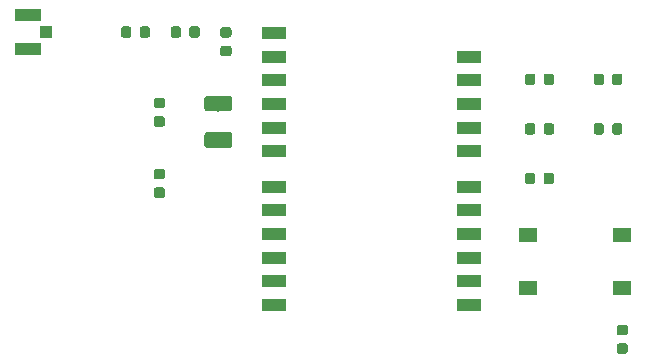
<source format=gbr>
G04 #@! TF.GenerationSoftware,KiCad,Pcbnew,(5.0.1-3-g963ef8bb5)*
G04 #@! TF.CreationDate,2018-11-19T18:06:17+01:00*
G04 #@! TF.ProjectId,wmbus_pihat,776D6275735F70696861742E6B696361,0.1*
G04 #@! TF.SameCoordinates,Original*
G04 #@! TF.FileFunction,Paste,Top*
G04 #@! TF.FilePolarity,Positive*
%FSLAX46Y46*%
G04 Gerber Fmt 4.6, Leading zero omitted, Abs format (unit mm)*
G04 Created by KiCad (PCBNEW (5.0.1-3-g963ef8bb5)) date Monday 19 November 2018 at 18:06:17*
%MOMM*%
%LPD*%
G01*
G04 APERTURE LIST*
%ADD10R,2.000000X1.000000*%
%ADD11C,0.100000*%
%ADD12C,0.875000*%
%ADD13C,1.325000*%
%ADD14R,2.200000X1.050000*%
%ADD15R,1.050000X1.000000*%
%ADD16R,1.550000X1.300000*%
G04 APERTURE END LIST*
D10*
G04 #@! TO.C,U1*
X45350000Y-22700000D03*
X45350000Y-24700000D03*
X45350000Y-26700000D03*
X45350000Y-28700000D03*
X45350000Y-30700000D03*
X45350000Y-32700000D03*
X45350000Y-35700000D03*
X45350000Y-37700000D03*
X45350000Y-39700000D03*
X45350000Y-41700000D03*
X45350000Y-43700000D03*
X45350000Y-45700000D03*
X61850000Y-45700000D03*
X61850000Y-43700000D03*
X61850000Y-41700000D03*
X61850000Y-39700000D03*
X61850000Y-37700000D03*
X61850000Y-35700000D03*
X61850000Y-32700000D03*
X61850000Y-30700000D03*
X61850000Y-28700000D03*
X61850000Y-26700000D03*
X61850000Y-24700000D03*
G04 #@! TD*
D11*
G04 #@! TO.C,C1*
G36*
X33040191Y-22126053D02*
X33061426Y-22129203D01*
X33082250Y-22134419D01*
X33102462Y-22141651D01*
X33121868Y-22150830D01*
X33140281Y-22161866D01*
X33157524Y-22174654D01*
X33173430Y-22189070D01*
X33187846Y-22204976D01*
X33200634Y-22222219D01*
X33211670Y-22240632D01*
X33220849Y-22260038D01*
X33228081Y-22280250D01*
X33233297Y-22301074D01*
X33236447Y-22322309D01*
X33237500Y-22343750D01*
X33237500Y-22856250D01*
X33236447Y-22877691D01*
X33233297Y-22898926D01*
X33228081Y-22919750D01*
X33220849Y-22939962D01*
X33211670Y-22959368D01*
X33200634Y-22977781D01*
X33187846Y-22995024D01*
X33173430Y-23010930D01*
X33157524Y-23025346D01*
X33140281Y-23038134D01*
X33121868Y-23049170D01*
X33102462Y-23058349D01*
X33082250Y-23065581D01*
X33061426Y-23070797D01*
X33040191Y-23073947D01*
X33018750Y-23075000D01*
X32581250Y-23075000D01*
X32559809Y-23073947D01*
X32538574Y-23070797D01*
X32517750Y-23065581D01*
X32497538Y-23058349D01*
X32478132Y-23049170D01*
X32459719Y-23038134D01*
X32442476Y-23025346D01*
X32426570Y-23010930D01*
X32412154Y-22995024D01*
X32399366Y-22977781D01*
X32388330Y-22959368D01*
X32379151Y-22939962D01*
X32371919Y-22919750D01*
X32366703Y-22898926D01*
X32363553Y-22877691D01*
X32362500Y-22856250D01*
X32362500Y-22343750D01*
X32363553Y-22322309D01*
X32366703Y-22301074D01*
X32371919Y-22280250D01*
X32379151Y-22260038D01*
X32388330Y-22240632D01*
X32399366Y-22222219D01*
X32412154Y-22204976D01*
X32426570Y-22189070D01*
X32442476Y-22174654D01*
X32459719Y-22161866D01*
X32478132Y-22150830D01*
X32497538Y-22141651D01*
X32517750Y-22134419D01*
X32538574Y-22129203D01*
X32559809Y-22126053D01*
X32581250Y-22125000D01*
X33018750Y-22125000D01*
X33040191Y-22126053D01*
X33040191Y-22126053D01*
G37*
D12*
X32800000Y-22600000D03*
D11*
G36*
X34615191Y-22126053D02*
X34636426Y-22129203D01*
X34657250Y-22134419D01*
X34677462Y-22141651D01*
X34696868Y-22150830D01*
X34715281Y-22161866D01*
X34732524Y-22174654D01*
X34748430Y-22189070D01*
X34762846Y-22204976D01*
X34775634Y-22222219D01*
X34786670Y-22240632D01*
X34795849Y-22260038D01*
X34803081Y-22280250D01*
X34808297Y-22301074D01*
X34811447Y-22322309D01*
X34812500Y-22343750D01*
X34812500Y-22856250D01*
X34811447Y-22877691D01*
X34808297Y-22898926D01*
X34803081Y-22919750D01*
X34795849Y-22939962D01*
X34786670Y-22959368D01*
X34775634Y-22977781D01*
X34762846Y-22995024D01*
X34748430Y-23010930D01*
X34732524Y-23025346D01*
X34715281Y-23038134D01*
X34696868Y-23049170D01*
X34677462Y-23058349D01*
X34657250Y-23065581D01*
X34636426Y-23070797D01*
X34615191Y-23073947D01*
X34593750Y-23075000D01*
X34156250Y-23075000D01*
X34134809Y-23073947D01*
X34113574Y-23070797D01*
X34092750Y-23065581D01*
X34072538Y-23058349D01*
X34053132Y-23049170D01*
X34034719Y-23038134D01*
X34017476Y-23025346D01*
X34001570Y-23010930D01*
X33987154Y-22995024D01*
X33974366Y-22977781D01*
X33963330Y-22959368D01*
X33954151Y-22939962D01*
X33946919Y-22919750D01*
X33941703Y-22898926D01*
X33938553Y-22877691D01*
X33937500Y-22856250D01*
X33937500Y-22343750D01*
X33938553Y-22322309D01*
X33941703Y-22301074D01*
X33946919Y-22280250D01*
X33954151Y-22260038D01*
X33963330Y-22240632D01*
X33974366Y-22222219D01*
X33987154Y-22204976D01*
X34001570Y-22189070D01*
X34017476Y-22174654D01*
X34034719Y-22161866D01*
X34053132Y-22150830D01*
X34072538Y-22141651D01*
X34092750Y-22134419D01*
X34113574Y-22129203D01*
X34134809Y-22126053D01*
X34156250Y-22125000D01*
X34593750Y-22125000D01*
X34615191Y-22126053D01*
X34615191Y-22126053D01*
G37*
D12*
X34375000Y-22600000D03*
G04 #@! TD*
D11*
G04 #@! TO.C,C2*
G36*
X41549505Y-28001204D02*
X41573773Y-28004804D01*
X41597572Y-28010765D01*
X41620671Y-28019030D01*
X41642850Y-28029520D01*
X41663893Y-28042132D01*
X41683599Y-28056747D01*
X41701777Y-28073223D01*
X41718253Y-28091401D01*
X41732868Y-28111107D01*
X41745480Y-28132150D01*
X41755970Y-28154329D01*
X41764235Y-28177428D01*
X41770196Y-28201227D01*
X41773796Y-28225495D01*
X41775000Y-28249999D01*
X41775000Y-29075001D01*
X41773796Y-29099505D01*
X41770196Y-29123773D01*
X41764235Y-29147572D01*
X41755970Y-29170671D01*
X41745480Y-29192850D01*
X41732868Y-29213893D01*
X41718253Y-29233599D01*
X41701777Y-29251777D01*
X41683599Y-29268253D01*
X41663893Y-29282868D01*
X41642850Y-29295480D01*
X41620671Y-29305970D01*
X41597572Y-29314235D01*
X41573773Y-29320196D01*
X41549505Y-29323796D01*
X41525001Y-29325000D01*
X39674999Y-29325000D01*
X39650495Y-29323796D01*
X39626227Y-29320196D01*
X39602428Y-29314235D01*
X39579329Y-29305970D01*
X39557150Y-29295480D01*
X39536107Y-29282868D01*
X39516401Y-29268253D01*
X39498223Y-29251777D01*
X39481747Y-29233599D01*
X39467132Y-29213893D01*
X39454520Y-29192850D01*
X39444030Y-29170671D01*
X39435765Y-29147572D01*
X39429804Y-29123773D01*
X39426204Y-29099505D01*
X39425000Y-29075001D01*
X39425000Y-28249999D01*
X39426204Y-28225495D01*
X39429804Y-28201227D01*
X39435765Y-28177428D01*
X39444030Y-28154329D01*
X39454520Y-28132150D01*
X39467132Y-28111107D01*
X39481747Y-28091401D01*
X39498223Y-28073223D01*
X39516401Y-28056747D01*
X39536107Y-28042132D01*
X39557150Y-28029520D01*
X39579329Y-28019030D01*
X39602428Y-28010765D01*
X39626227Y-28004804D01*
X39650495Y-28001204D01*
X39674999Y-28000000D01*
X41525001Y-28000000D01*
X41549505Y-28001204D01*
X41549505Y-28001204D01*
G37*
D13*
X40600000Y-28662500D03*
D11*
G36*
X41549505Y-31076204D02*
X41573773Y-31079804D01*
X41597572Y-31085765D01*
X41620671Y-31094030D01*
X41642850Y-31104520D01*
X41663893Y-31117132D01*
X41683599Y-31131747D01*
X41701777Y-31148223D01*
X41718253Y-31166401D01*
X41732868Y-31186107D01*
X41745480Y-31207150D01*
X41755970Y-31229329D01*
X41764235Y-31252428D01*
X41770196Y-31276227D01*
X41773796Y-31300495D01*
X41775000Y-31324999D01*
X41775000Y-32150001D01*
X41773796Y-32174505D01*
X41770196Y-32198773D01*
X41764235Y-32222572D01*
X41755970Y-32245671D01*
X41745480Y-32267850D01*
X41732868Y-32288893D01*
X41718253Y-32308599D01*
X41701777Y-32326777D01*
X41683599Y-32343253D01*
X41663893Y-32357868D01*
X41642850Y-32370480D01*
X41620671Y-32380970D01*
X41597572Y-32389235D01*
X41573773Y-32395196D01*
X41549505Y-32398796D01*
X41525001Y-32400000D01*
X39674999Y-32400000D01*
X39650495Y-32398796D01*
X39626227Y-32395196D01*
X39602428Y-32389235D01*
X39579329Y-32380970D01*
X39557150Y-32370480D01*
X39536107Y-32357868D01*
X39516401Y-32343253D01*
X39498223Y-32326777D01*
X39481747Y-32308599D01*
X39467132Y-32288893D01*
X39454520Y-32267850D01*
X39444030Y-32245671D01*
X39435765Y-32222572D01*
X39429804Y-32198773D01*
X39426204Y-32174505D01*
X39425000Y-32150001D01*
X39425000Y-31324999D01*
X39426204Y-31300495D01*
X39429804Y-31276227D01*
X39435765Y-31252428D01*
X39444030Y-31229329D01*
X39454520Y-31207150D01*
X39467132Y-31186107D01*
X39481747Y-31166401D01*
X39498223Y-31148223D01*
X39516401Y-31131747D01*
X39536107Y-31117132D01*
X39557150Y-31104520D01*
X39579329Y-31094030D01*
X39602428Y-31085765D01*
X39626227Y-31079804D01*
X39650495Y-31076204D01*
X39674999Y-31075000D01*
X41525001Y-31075000D01*
X41549505Y-31076204D01*
X41549505Y-31076204D01*
G37*
D13*
X40600000Y-31737500D03*
G04 #@! TD*
D11*
G04 #@! TO.C,C3*
G36*
X41527691Y-22188553D02*
X41548926Y-22191703D01*
X41569750Y-22196919D01*
X41589962Y-22204151D01*
X41609368Y-22213330D01*
X41627781Y-22224366D01*
X41645024Y-22237154D01*
X41660930Y-22251570D01*
X41675346Y-22267476D01*
X41688134Y-22284719D01*
X41699170Y-22303132D01*
X41708349Y-22322538D01*
X41715581Y-22342750D01*
X41720797Y-22363574D01*
X41723947Y-22384809D01*
X41725000Y-22406250D01*
X41725000Y-22843750D01*
X41723947Y-22865191D01*
X41720797Y-22886426D01*
X41715581Y-22907250D01*
X41708349Y-22927462D01*
X41699170Y-22946868D01*
X41688134Y-22965281D01*
X41675346Y-22982524D01*
X41660930Y-22998430D01*
X41645024Y-23012846D01*
X41627781Y-23025634D01*
X41609368Y-23036670D01*
X41589962Y-23045849D01*
X41569750Y-23053081D01*
X41548926Y-23058297D01*
X41527691Y-23061447D01*
X41506250Y-23062500D01*
X40993750Y-23062500D01*
X40972309Y-23061447D01*
X40951074Y-23058297D01*
X40930250Y-23053081D01*
X40910038Y-23045849D01*
X40890632Y-23036670D01*
X40872219Y-23025634D01*
X40854976Y-23012846D01*
X40839070Y-22998430D01*
X40824654Y-22982524D01*
X40811866Y-22965281D01*
X40800830Y-22946868D01*
X40791651Y-22927462D01*
X40784419Y-22907250D01*
X40779203Y-22886426D01*
X40776053Y-22865191D01*
X40775000Y-22843750D01*
X40775000Y-22406250D01*
X40776053Y-22384809D01*
X40779203Y-22363574D01*
X40784419Y-22342750D01*
X40791651Y-22322538D01*
X40800830Y-22303132D01*
X40811866Y-22284719D01*
X40824654Y-22267476D01*
X40839070Y-22251570D01*
X40854976Y-22237154D01*
X40872219Y-22224366D01*
X40890632Y-22213330D01*
X40910038Y-22204151D01*
X40930250Y-22196919D01*
X40951074Y-22191703D01*
X40972309Y-22188553D01*
X40993750Y-22187500D01*
X41506250Y-22187500D01*
X41527691Y-22188553D01*
X41527691Y-22188553D01*
G37*
D12*
X41250000Y-22625000D03*
D11*
G36*
X41527691Y-23763553D02*
X41548926Y-23766703D01*
X41569750Y-23771919D01*
X41589962Y-23779151D01*
X41609368Y-23788330D01*
X41627781Y-23799366D01*
X41645024Y-23812154D01*
X41660930Y-23826570D01*
X41675346Y-23842476D01*
X41688134Y-23859719D01*
X41699170Y-23878132D01*
X41708349Y-23897538D01*
X41715581Y-23917750D01*
X41720797Y-23938574D01*
X41723947Y-23959809D01*
X41725000Y-23981250D01*
X41725000Y-24418750D01*
X41723947Y-24440191D01*
X41720797Y-24461426D01*
X41715581Y-24482250D01*
X41708349Y-24502462D01*
X41699170Y-24521868D01*
X41688134Y-24540281D01*
X41675346Y-24557524D01*
X41660930Y-24573430D01*
X41645024Y-24587846D01*
X41627781Y-24600634D01*
X41609368Y-24611670D01*
X41589962Y-24620849D01*
X41569750Y-24628081D01*
X41548926Y-24633297D01*
X41527691Y-24636447D01*
X41506250Y-24637500D01*
X40993750Y-24637500D01*
X40972309Y-24636447D01*
X40951074Y-24633297D01*
X40930250Y-24628081D01*
X40910038Y-24620849D01*
X40890632Y-24611670D01*
X40872219Y-24600634D01*
X40854976Y-24587846D01*
X40839070Y-24573430D01*
X40824654Y-24557524D01*
X40811866Y-24540281D01*
X40800830Y-24521868D01*
X40791651Y-24502462D01*
X40784419Y-24482250D01*
X40779203Y-24461426D01*
X40776053Y-24440191D01*
X40775000Y-24418750D01*
X40775000Y-23981250D01*
X40776053Y-23959809D01*
X40779203Y-23938574D01*
X40784419Y-23917750D01*
X40791651Y-23897538D01*
X40800830Y-23878132D01*
X40811866Y-23859719D01*
X40824654Y-23842476D01*
X40839070Y-23826570D01*
X40854976Y-23812154D01*
X40872219Y-23799366D01*
X40890632Y-23788330D01*
X40910038Y-23779151D01*
X40930250Y-23771919D01*
X40951074Y-23766703D01*
X40972309Y-23763553D01*
X40993750Y-23762500D01*
X41506250Y-23762500D01*
X41527691Y-23763553D01*
X41527691Y-23763553D01*
G37*
D12*
X41250000Y-24200000D03*
G04 #@! TD*
D11*
G04 #@! TO.C,C4*
G36*
X68815191Y-34526053D02*
X68836426Y-34529203D01*
X68857250Y-34534419D01*
X68877462Y-34541651D01*
X68896868Y-34550830D01*
X68915281Y-34561866D01*
X68932524Y-34574654D01*
X68948430Y-34589070D01*
X68962846Y-34604976D01*
X68975634Y-34622219D01*
X68986670Y-34640632D01*
X68995849Y-34660038D01*
X69003081Y-34680250D01*
X69008297Y-34701074D01*
X69011447Y-34722309D01*
X69012500Y-34743750D01*
X69012500Y-35256250D01*
X69011447Y-35277691D01*
X69008297Y-35298926D01*
X69003081Y-35319750D01*
X68995849Y-35339962D01*
X68986670Y-35359368D01*
X68975634Y-35377781D01*
X68962846Y-35395024D01*
X68948430Y-35410930D01*
X68932524Y-35425346D01*
X68915281Y-35438134D01*
X68896868Y-35449170D01*
X68877462Y-35458349D01*
X68857250Y-35465581D01*
X68836426Y-35470797D01*
X68815191Y-35473947D01*
X68793750Y-35475000D01*
X68356250Y-35475000D01*
X68334809Y-35473947D01*
X68313574Y-35470797D01*
X68292750Y-35465581D01*
X68272538Y-35458349D01*
X68253132Y-35449170D01*
X68234719Y-35438134D01*
X68217476Y-35425346D01*
X68201570Y-35410930D01*
X68187154Y-35395024D01*
X68174366Y-35377781D01*
X68163330Y-35359368D01*
X68154151Y-35339962D01*
X68146919Y-35319750D01*
X68141703Y-35298926D01*
X68138553Y-35277691D01*
X68137500Y-35256250D01*
X68137500Y-34743750D01*
X68138553Y-34722309D01*
X68141703Y-34701074D01*
X68146919Y-34680250D01*
X68154151Y-34660038D01*
X68163330Y-34640632D01*
X68174366Y-34622219D01*
X68187154Y-34604976D01*
X68201570Y-34589070D01*
X68217476Y-34574654D01*
X68234719Y-34561866D01*
X68253132Y-34550830D01*
X68272538Y-34541651D01*
X68292750Y-34534419D01*
X68313574Y-34529203D01*
X68334809Y-34526053D01*
X68356250Y-34525000D01*
X68793750Y-34525000D01*
X68815191Y-34526053D01*
X68815191Y-34526053D01*
G37*
D12*
X68575000Y-35000000D03*
D11*
G36*
X67240191Y-34526053D02*
X67261426Y-34529203D01*
X67282250Y-34534419D01*
X67302462Y-34541651D01*
X67321868Y-34550830D01*
X67340281Y-34561866D01*
X67357524Y-34574654D01*
X67373430Y-34589070D01*
X67387846Y-34604976D01*
X67400634Y-34622219D01*
X67411670Y-34640632D01*
X67420849Y-34660038D01*
X67428081Y-34680250D01*
X67433297Y-34701074D01*
X67436447Y-34722309D01*
X67437500Y-34743750D01*
X67437500Y-35256250D01*
X67436447Y-35277691D01*
X67433297Y-35298926D01*
X67428081Y-35319750D01*
X67420849Y-35339962D01*
X67411670Y-35359368D01*
X67400634Y-35377781D01*
X67387846Y-35395024D01*
X67373430Y-35410930D01*
X67357524Y-35425346D01*
X67340281Y-35438134D01*
X67321868Y-35449170D01*
X67302462Y-35458349D01*
X67282250Y-35465581D01*
X67261426Y-35470797D01*
X67240191Y-35473947D01*
X67218750Y-35475000D01*
X66781250Y-35475000D01*
X66759809Y-35473947D01*
X66738574Y-35470797D01*
X66717750Y-35465581D01*
X66697538Y-35458349D01*
X66678132Y-35449170D01*
X66659719Y-35438134D01*
X66642476Y-35425346D01*
X66626570Y-35410930D01*
X66612154Y-35395024D01*
X66599366Y-35377781D01*
X66588330Y-35359368D01*
X66579151Y-35339962D01*
X66571919Y-35319750D01*
X66566703Y-35298926D01*
X66563553Y-35277691D01*
X66562500Y-35256250D01*
X66562500Y-34743750D01*
X66563553Y-34722309D01*
X66566703Y-34701074D01*
X66571919Y-34680250D01*
X66579151Y-34660038D01*
X66588330Y-34640632D01*
X66599366Y-34622219D01*
X66612154Y-34604976D01*
X66626570Y-34589070D01*
X66642476Y-34574654D01*
X66659719Y-34561866D01*
X66678132Y-34550830D01*
X66697538Y-34541651D01*
X66717750Y-34534419D01*
X66738574Y-34529203D01*
X66759809Y-34526053D01*
X66781250Y-34525000D01*
X67218750Y-34525000D01*
X67240191Y-34526053D01*
X67240191Y-34526053D01*
G37*
D12*
X67000000Y-35000000D03*
G04 #@! TD*
D11*
G04 #@! TO.C,D1*
G36*
X35877691Y-29738553D02*
X35898926Y-29741703D01*
X35919750Y-29746919D01*
X35939962Y-29754151D01*
X35959368Y-29763330D01*
X35977781Y-29774366D01*
X35995024Y-29787154D01*
X36010930Y-29801570D01*
X36025346Y-29817476D01*
X36038134Y-29834719D01*
X36049170Y-29853132D01*
X36058349Y-29872538D01*
X36065581Y-29892750D01*
X36070797Y-29913574D01*
X36073947Y-29934809D01*
X36075000Y-29956250D01*
X36075000Y-30393750D01*
X36073947Y-30415191D01*
X36070797Y-30436426D01*
X36065581Y-30457250D01*
X36058349Y-30477462D01*
X36049170Y-30496868D01*
X36038134Y-30515281D01*
X36025346Y-30532524D01*
X36010930Y-30548430D01*
X35995024Y-30562846D01*
X35977781Y-30575634D01*
X35959368Y-30586670D01*
X35939962Y-30595849D01*
X35919750Y-30603081D01*
X35898926Y-30608297D01*
X35877691Y-30611447D01*
X35856250Y-30612500D01*
X35343750Y-30612500D01*
X35322309Y-30611447D01*
X35301074Y-30608297D01*
X35280250Y-30603081D01*
X35260038Y-30595849D01*
X35240632Y-30586670D01*
X35222219Y-30575634D01*
X35204976Y-30562846D01*
X35189070Y-30548430D01*
X35174654Y-30532524D01*
X35161866Y-30515281D01*
X35150830Y-30496868D01*
X35141651Y-30477462D01*
X35134419Y-30457250D01*
X35129203Y-30436426D01*
X35126053Y-30415191D01*
X35125000Y-30393750D01*
X35125000Y-29956250D01*
X35126053Y-29934809D01*
X35129203Y-29913574D01*
X35134419Y-29892750D01*
X35141651Y-29872538D01*
X35150830Y-29853132D01*
X35161866Y-29834719D01*
X35174654Y-29817476D01*
X35189070Y-29801570D01*
X35204976Y-29787154D01*
X35222219Y-29774366D01*
X35240632Y-29763330D01*
X35260038Y-29754151D01*
X35280250Y-29746919D01*
X35301074Y-29741703D01*
X35322309Y-29738553D01*
X35343750Y-29737500D01*
X35856250Y-29737500D01*
X35877691Y-29738553D01*
X35877691Y-29738553D01*
G37*
D12*
X35600000Y-30175000D03*
D11*
G36*
X35877691Y-28163553D02*
X35898926Y-28166703D01*
X35919750Y-28171919D01*
X35939962Y-28179151D01*
X35959368Y-28188330D01*
X35977781Y-28199366D01*
X35995024Y-28212154D01*
X36010930Y-28226570D01*
X36025346Y-28242476D01*
X36038134Y-28259719D01*
X36049170Y-28278132D01*
X36058349Y-28297538D01*
X36065581Y-28317750D01*
X36070797Y-28338574D01*
X36073947Y-28359809D01*
X36075000Y-28381250D01*
X36075000Y-28818750D01*
X36073947Y-28840191D01*
X36070797Y-28861426D01*
X36065581Y-28882250D01*
X36058349Y-28902462D01*
X36049170Y-28921868D01*
X36038134Y-28940281D01*
X36025346Y-28957524D01*
X36010930Y-28973430D01*
X35995024Y-28987846D01*
X35977781Y-29000634D01*
X35959368Y-29011670D01*
X35939962Y-29020849D01*
X35919750Y-29028081D01*
X35898926Y-29033297D01*
X35877691Y-29036447D01*
X35856250Y-29037500D01*
X35343750Y-29037500D01*
X35322309Y-29036447D01*
X35301074Y-29033297D01*
X35280250Y-29028081D01*
X35260038Y-29020849D01*
X35240632Y-29011670D01*
X35222219Y-29000634D01*
X35204976Y-28987846D01*
X35189070Y-28973430D01*
X35174654Y-28957524D01*
X35161866Y-28940281D01*
X35150830Y-28921868D01*
X35141651Y-28902462D01*
X35134419Y-28882250D01*
X35129203Y-28861426D01*
X35126053Y-28840191D01*
X35125000Y-28818750D01*
X35125000Y-28381250D01*
X35126053Y-28359809D01*
X35129203Y-28338574D01*
X35134419Y-28317750D01*
X35141651Y-28297538D01*
X35150830Y-28278132D01*
X35161866Y-28259719D01*
X35174654Y-28242476D01*
X35189070Y-28226570D01*
X35204976Y-28212154D01*
X35222219Y-28199366D01*
X35240632Y-28188330D01*
X35260038Y-28179151D01*
X35280250Y-28171919D01*
X35301074Y-28166703D01*
X35322309Y-28163553D01*
X35343750Y-28162500D01*
X35856250Y-28162500D01*
X35877691Y-28163553D01*
X35877691Y-28163553D01*
G37*
D12*
X35600000Y-28600000D03*
G04 #@! TD*
D11*
G04 #@! TO.C,D2*
G36*
X68827691Y-26126053D02*
X68848926Y-26129203D01*
X68869750Y-26134419D01*
X68889962Y-26141651D01*
X68909368Y-26150830D01*
X68927781Y-26161866D01*
X68945024Y-26174654D01*
X68960930Y-26189070D01*
X68975346Y-26204976D01*
X68988134Y-26222219D01*
X68999170Y-26240632D01*
X69008349Y-26260038D01*
X69015581Y-26280250D01*
X69020797Y-26301074D01*
X69023947Y-26322309D01*
X69025000Y-26343750D01*
X69025000Y-26856250D01*
X69023947Y-26877691D01*
X69020797Y-26898926D01*
X69015581Y-26919750D01*
X69008349Y-26939962D01*
X68999170Y-26959368D01*
X68988134Y-26977781D01*
X68975346Y-26995024D01*
X68960930Y-27010930D01*
X68945024Y-27025346D01*
X68927781Y-27038134D01*
X68909368Y-27049170D01*
X68889962Y-27058349D01*
X68869750Y-27065581D01*
X68848926Y-27070797D01*
X68827691Y-27073947D01*
X68806250Y-27075000D01*
X68368750Y-27075000D01*
X68347309Y-27073947D01*
X68326074Y-27070797D01*
X68305250Y-27065581D01*
X68285038Y-27058349D01*
X68265632Y-27049170D01*
X68247219Y-27038134D01*
X68229976Y-27025346D01*
X68214070Y-27010930D01*
X68199654Y-26995024D01*
X68186866Y-26977781D01*
X68175830Y-26959368D01*
X68166651Y-26939962D01*
X68159419Y-26919750D01*
X68154203Y-26898926D01*
X68151053Y-26877691D01*
X68150000Y-26856250D01*
X68150000Y-26343750D01*
X68151053Y-26322309D01*
X68154203Y-26301074D01*
X68159419Y-26280250D01*
X68166651Y-26260038D01*
X68175830Y-26240632D01*
X68186866Y-26222219D01*
X68199654Y-26204976D01*
X68214070Y-26189070D01*
X68229976Y-26174654D01*
X68247219Y-26161866D01*
X68265632Y-26150830D01*
X68285038Y-26141651D01*
X68305250Y-26134419D01*
X68326074Y-26129203D01*
X68347309Y-26126053D01*
X68368750Y-26125000D01*
X68806250Y-26125000D01*
X68827691Y-26126053D01*
X68827691Y-26126053D01*
G37*
D12*
X68587500Y-26600000D03*
D11*
G36*
X67252691Y-26126053D02*
X67273926Y-26129203D01*
X67294750Y-26134419D01*
X67314962Y-26141651D01*
X67334368Y-26150830D01*
X67352781Y-26161866D01*
X67370024Y-26174654D01*
X67385930Y-26189070D01*
X67400346Y-26204976D01*
X67413134Y-26222219D01*
X67424170Y-26240632D01*
X67433349Y-26260038D01*
X67440581Y-26280250D01*
X67445797Y-26301074D01*
X67448947Y-26322309D01*
X67450000Y-26343750D01*
X67450000Y-26856250D01*
X67448947Y-26877691D01*
X67445797Y-26898926D01*
X67440581Y-26919750D01*
X67433349Y-26939962D01*
X67424170Y-26959368D01*
X67413134Y-26977781D01*
X67400346Y-26995024D01*
X67385930Y-27010930D01*
X67370024Y-27025346D01*
X67352781Y-27038134D01*
X67334368Y-27049170D01*
X67314962Y-27058349D01*
X67294750Y-27065581D01*
X67273926Y-27070797D01*
X67252691Y-27073947D01*
X67231250Y-27075000D01*
X66793750Y-27075000D01*
X66772309Y-27073947D01*
X66751074Y-27070797D01*
X66730250Y-27065581D01*
X66710038Y-27058349D01*
X66690632Y-27049170D01*
X66672219Y-27038134D01*
X66654976Y-27025346D01*
X66639070Y-27010930D01*
X66624654Y-26995024D01*
X66611866Y-26977781D01*
X66600830Y-26959368D01*
X66591651Y-26939962D01*
X66584419Y-26919750D01*
X66579203Y-26898926D01*
X66576053Y-26877691D01*
X66575000Y-26856250D01*
X66575000Y-26343750D01*
X66576053Y-26322309D01*
X66579203Y-26301074D01*
X66584419Y-26280250D01*
X66591651Y-26260038D01*
X66600830Y-26240632D01*
X66611866Y-26222219D01*
X66624654Y-26204976D01*
X66639070Y-26189070D01*
X66654976Y-26174654D01*
X66672219Y-26161866D01*
X66690632Y-26150830D01*
X66710038Y-26141651D01*
X66730250Y-26134419D01*
X66751074Y-26129203D01*
X66772309Y-26126053D01*
X66793750Y-26125000D01*
X67231250Y-26125000D01*
X67252691Y-26126053D01*
X67252691Y-26126053D01*
G37*
D12*
X67012500Y-26600000D03*
G04 #@! TD*
D11*
G04 #@! TO.C,D3*
G36*
X67252691Y-30326053D02*
X67273926Y-30329203D01*
X67294750Y-30334419D01*
X67314962Y-30341651D01*
X67334368Y-30350830D01*
X67352781Y-30361866D01*
X67370024Y-30374654D01*
X67385930Y-30389070D01*
X67400346Y-30404976D01*
X67413134Y-30422219D01*
X67424170Y-30440632D01*
X67433349Y-30460038D01*
X67440581Y-30480250D01*
X67445797Y-30501074D01*
X67448947Y-30522309D01*
X67450000Y-30543750D01*
X67450000Y-31056250D01*
X67448947Y-31077691D01*
X67445797Y-31098926D01*
X67440581Y-31119750D01*
X67433349Y-31139962D01*
X67424170Y-31159368D01*
X67413134Y-31177781D01*
X67400346Y-31195024D01*
X67385930Y-31210930D01*
X67370024Y-31225346D01*
X67352781Y-31238134D01*
X67334368Y-31249170D01*
X67314962Y-31258349D01*
X67294750Y-31265581D01*
X67273926Y-31270797D01*
X67252691Y-31273947D01*
X67231250Y-31275000D01*
X66793750Y-31275000D01*
X66772309Y-31273947D01*
X66751074Y-31270797D01*
X66730250Y-31265581D01*
X66710038Y-31258349D01*
X66690632Y-31249170D01*
X66672219Y-31238134D01*
X66654976Y-31225346D01*
X66639070Y-31210930D01*
X66624654Y-31195024D01*
X66611866Y-31177781D01*
X66600830Y-31159368D01*
X66591651Y-31139962D01*
X66584419Y-31119750D01*
X66579203Y-31098926D01*
X66576053Y-31077691D01*
X66575000Y-31056250D01*
X66575000Y-30543750D01*
X66576053Y-30522309D01*
X66579203Y-30501074D01*
X66584419Y-30480250D01*
X66591651Y-30460038D01*
X66600830Y-30440632D01*
X66611866Y-30422219D01*
X66624654Y-30404976D01*
X66639070Y-30389070D01*
X66654976Y-30374654D01*
X66672219Y-30361866D01*
X66690632Y-30350830D01*
X66710038Y-30341651D01*
X66730250Y-30334419D01*
X66751074Y-30329203D01*
X66772309Y-30326053D01*
X66793750Y-30325000D01*
X67231250Y-30325000D01*
X67252691Y-30326053D01*
X67252691Y-30326053D01*
G37*
D12*
X67012500Y-30800000D03*
D11*
G36*
X68827691Y-30326053D02*
X68848926Y-30329203D01*
X68869750Y-30334419D01*
X68889962Y-30341651D01*
X68909368Y-30350830D01*
X68927781Y-30361866D01*
X68945024Y-30374654D01*
X68960930Y-30389070D01*
X68975346Y-30404976D01*
X68988134Y-30422219D01*
X68999170Y-30440632D01*
X69008349Y-30460038D01*
X69015581Y-30480250D01*
X69020797Y-30501074D01*
X69023947Y-30522309D01*
X69025000Y-30543750D01*
X69025000Y-31056250D01*
X69023947Y-31077691D01*
X69020797Y-31098926D01*
X69015581Y-31119750D01*
X69008349Y-31139962D01*
X68999170Y-31159368D01*
X68988134Y-31177781D01*
X68975346Y-31195024D01*
X68960930Y-31210930D01*
X68945024Y-31225346D01*
X68927781Y-31238134D01*
X68909368Y-31249170D01*
X68889962Y-31258349D01*
X68869750Y-31265581D01*
X68848926Y-31270797D01*
X68827691Y-31273947D01*
X68806250Y-31275000D01*
X68368750Y-31275000D01*
X68347309Y-31273947D01*
X68326074Y-31270797D01*
X68305250Y-31265581D01*
X68285038Y-31258349D01*
X68265632Y-31249170D01*
X68247219Y-31238134D01*
X68229976Y-31225346D01*
X68214070Y-31210930D01*
X68199654Y-31195024D01*
X68186866Y-31177781D01*
X68175830Y-31159368D01*
X68166651Y-31139962D01*
X68159419Y-31119750D01*
X68154203Y-31098926D01*
X68151053Y-31077691D01*
X68150000Y-31056250D01*
X68150000Y-30543750D01*
X68151053Y-30522309D01*
X68154203Y-30501074D01*
X68159419Y-30480250D01*
X68166651Y-30460038D01*
X68175830Y-30440632D01*
X68186866Y-30422219D01*
X68199654Y-30404976D01*
X68214070Y-30389070D01*
X68229976Y-30374654D01*
X68247219Y-30361866D01*
X68265632Y-30350830D01*
X68285038Y-30341651D01*
X68305250Y-30334419D01*
X68326074Y-30329203D01*
X68347309Y-30326053D01*
X68368750Y-30325000D01*
X68806250Y-30325000D01*
X68827691Y-30326053D01*
X68827691Y-30326053D01*
G37*
D12*
X68587500Y-30800000D03*
G04 #@! TD*
D14*
G04 #@! TO.C,J1*
X24525000Y-21125000D03*
D15*
X26050000Y-22600000D03*
D14*
X24525000Y-24075000D03*
G04 #@! TD*
D11*
G04 #@! TO.C,L1*
G36*
X38827691Y-22126053D02*
X38848926Y-22129203D01*
X38869750Y-22134419D01*
X38889962Y-22141651D01*
X38909368Y-22150830D01*
X38927781Y-22161866D01*
X38945024Y-22174654D01*
X38960930Y-22189070D01*
X38975346Y-22204976D01*
X38988134Y-22222219D01*
X38999170Y-22240632D01*
X39008349Y-22260038D01*
X39015581Y-22280250D01*
X39020797Y-22301074D01*
X39023947Y-22322309D01*
X39025000Y-22343750D01*
X39025000Y-22856250D01*
X39023947Y-22877691D01*
X39020797Y-22898926D01*
X39015581Y-22919750D01*
X39008349Y-22939962D01*
X38999170Y-22959368D01*
X38988134Y-22977781D01*
X38975346Y-22995024D01*
X38960930Y-23010930D01*
X38945024Y-23025346D01*
X38927781Y-23038134D01*
X38909368Y-23049170D01*
X38889962Y-23058349D01*
X38869750Y-23065581D01*
X38848926Y-23070797D01*
X38827691Y-23073947D01*
X38806250Y-23075000D01*
X38368750Y-23075000D01*
X38347309Y-23073947D01*
X38326074Y-23070797D01*
X38305250Y-23065581D01*
X38285038Y-23058349D01*
X38265632Y-23049170D01*
X38247219Y-23038134D01*
X38229976Y-23025346D01*
X38214070Y-23010930D01*
X38199654Y-22995024D01*
X38186866Y-22977781D01*
X38175830Y-22959368D01*
X38166651Y-22939962D01*
X38159419Y-22919750D01*
X38154203Y-22898926D01*
X38151053Y-22877691D01*
X38150000Y-22856250D01*
X38150000Y-22343750D01*
X38151053Y-22322309D01*
X38154203Y-22301074D01*
X38159419Y-22280250D01*
X38166651Y-22260038D01*
X38175830Y-22240632D01*
X38186866Y-22222219D01*
X38199654Y-22204976D01*
X38214070Y-22189070D01*
X38229976Y-22174654D01*
X38247219Y-22161866D01*
X38265632Y-22150830D01*
X38285038Y-22141651D01*
X38305250Y-22134419D01*
X38326074Y-22129203D01*
X38347309Y-22126053D01*
X38368750Y-22125000D01*
X38806250Y-22125000D01*
X38827691Y-22126053D01*
X38827691Y-22126053D01*
G37*
D12*
X38587500Y-22600000D03*
D11*
G36*
X37252691Y-22126053D02*
X37273926Y-22129203D01*
X37294750Y-22134419D01*
X37314962Y-22141651D01*
X37334368Y-22150830D01*
X37352781Y-22161866D01*
X37370024Y-22174654D01*
X37385930Y-22189070D01*
X37400346Y-22204976D01*
X37413134Y-22222219D01*
X37424170Y-22240632D01*
X37433349Y-22260038D01*
X37440581Y-22280250D01*
X37445797Y-22301074D01*
X37448947Y-22322309D01*
X37450000Y-22343750D01*
X37450000Y-22856250D01*
X37448947Y-22877691D01*
X37445797Y-22898926D01*
X37440581Y-22919750D01*
X37433349Y-22939962D01*
X37424170Y-22959368D01*
X37413134Y-22977781D01*
X37400346Y-22995024D01*
X37385930Y-23010930D01*
X37370024Y-23025346D01*
X37352781Y-23038134D01*
X37334368Y-23049170D01*
X37314962Y-23058349D01*
X37294750Y-23065581D01*
X37273926Y-23070797D01*
X37252691Y-23073947D01*
X37231250Y-23075000D01*
X36793750Y-23075000D01*
X36772309Y-23073947D01*
X36751074Y-23070797D01*
X36730250Y-23065581D01*
X36710038Y-23058349D01*
X36690632Y-23049170D01*
X36672219Y-23038134D01*
X36654976Y-23025346D01*
X36639070Y-23010930D01*
X36624654Y-22995024D01*
X36611866Y-22977781D01*
X36600830Y-22959368D01*
X36591651Y-22939962D01*
X36584419Y-22919750D01*
X36579203Y-22898926D01*
X36576053Y-22877691D01*
X36575000Y-22856250D01*
X36575000Y-22343750D01*
X36576053Y-22322309D01*
X36579203Y-22301074D01*
X36584419Y-22280250D01*
X36591651Y-22260038D01*
X36600830Y-22240632D01*
X36611866Y-22222219D01*
X36624654Y-22204976D01*
X36639070Y-22189070D01*
X36654976Y-22174654D01*
X36672219Y-22161866D01*
X36690632Y-22150830D01*
X36710038Y-22141651D01*
X36730250Y-22134419D01*
X36751074Y-22129203D01*
X36772309Y-22126053D01*
X36793750Y-22125000D01*
X37231250Y-22125000D01*
X37252691Y-22126053D01*
X37252691Y-22126053D01*
G37*
D12*
X37012500Y-22600000D03*
G04 #@! TD*
D11*
G04 #@! TO.C,R1*
G36*
X35890191Y-34176053D02*
X35911426Y-34179203D01*
X35932250Y-34184419D01*
X35952462Y-34191651D01*
X35971868Y-34200830D01*
X35990281Y-34211866D01*
X36007524Y-34224654D01*
X36023430Y-34239070D01*
X36037846Y-34254976D01*
X36050634Y-34272219D01*
X36061670Y-34290632D01*
X36070849Y-34310038D01*
X36078081Y-34330250D01*
X36083297Y-34351074D01*
X36086447Y-34372309D01*
X36087500Y-34393750D01*
X36087500Y-34831250D01*
X36086447Y-34852691D01*
X36083297Y-34873926D01*
X36078081Y-34894750D01*
X36070849Y-34914962D01*
X36061670Y-34934368D01*
X36050634Y-34952781D01*
X36037846Y-34970024D01*
X36023430Y-34985930D01*
X36007524Y-35000346D01*
X35990281Y-35013134D01*
X35971868Y-35024170D01*
X35952462Y-35033349D01*
X35932250Y-35040581D01*
X35911426Y-35045797D01*
X35890191Y-35048947D01*
X35868750Y-35050000D01*
X35356250Y-35050000D01*
X35334809Y-35048947D01*
X35313574Y-35045797D01*
X35292750Y-35040581D01*
X35272538Y-35033349D01*
X35253132Y-35024170D01*
X35234719Y-35013134D01*
X35217476Y-35000346D01*
X35201570Y-34985930D01*
X35187154Y-34970024D01*
X35174366Y-34952781D01*
X35163330Y-34934368D01*
X35154151Y-34914962D01*
X35146919Y-34894750D01*
X35141703Y-34873926D01*
X35138553Y-34852691D01*
X35137500Y-34831250D01*
X35137500Y-34393750D01*
X35138553Y-34372309D01*
X35141703Y-34351074D01*
X35146919Y-34330250D01*
X35154151Y-34310038D01*
X35163330Y-34290632D01*
X35174366Y-34272219D01*
X35187154Y-34254976D01*
X35201570Y-34239070D01*
X35217476Y-34224654D01*
X35234719Y-34211866D01*
X35253132Y-34200830D01*
X35272538Y-34191651D01*
X35292750Y-34184419D01*
X35313574Y-34179203D01*
X35334809Y-34176053D01*
X35356250Y-34175000D01*
X35868750Y-34175000D01*
X35890191Y-34176053D01*
X35890191Y-34176053D01*
G37*
D12*
X35612500Y-34612500D03*
D11*
G36*
X35890191Y-35751053D02*
X35911426Y-35754203D01*
X35932250Y-35759419D01*
X35952462Y-35766651D01*
X35971868Y-35775830D01*
X35990281Y-35786866D01*
X36007524Y-35799654D01*
X36023430Y-35814070D01*
X36037846Y-35829976D01*
X36050634Y-35847219D01*
X36061670Y-35865632D01*
X36070849Y-35885038D01*
X36078081Y-35905250D01*
X36083297Y-35926074D01*
X36086447Y-35947309D01*
X36087500Y-35968750D01*
X36087500Y-36406250D01*
X36086447Y-36427691D01*
X36083297Y-36448926D01*
X36078081Y-36469750D01*
X36070849Y-36489962D01*
X36061670Y-36509368D01*
X36050634Y-36527781D01*
X36037846Y-36545024D01*
X36023430Y-36560930D01*
X36007524Y-36575346D01*
X35990281Y-36588134D01*
X35971868Y-36599170D01*
X35952462Y-36608349D01*
X35932250Y-36615581D01*
X35911426Y-36620797D01*
X35890191Y-36623947D01*
X35868750Y-36625000D01*
X35356250Y-36625000D01*
X35334809Y-36623947D01*
X35313574Y-36620797D01*
X35292750Y-36615581D01*
X35272538Y-36608349D01*
X35253132Y-36599170D01*
X35234719Y-36588134D01*
X35217476Y-36575346D01*
X35201570Y-36560930D01*
X35187154Y-36545024D01*
X35174366Y-36527781D01*
X35163330Y-36509368D01*
X35154151Y-36489962D01*
X35146919Y-36469750D01*
X35141703Y-36448926D01*
X35138553Y-36427691D01*
X35137500Y-36406250D01*
X35137500Y-35968750D01*
X35138553Y-35947309D01*
X35141703Y-35926074D01*
X35146919Y-35905250D01*
X35154151Y-35885038D01*
X35163330Y-35865632D01*
X35174366Y-35847219D01*
X35187154Y-35829976D01*
X35201570Y-35814070D01*
X35217476Y-35799654D01*
X35234719Y-35786866D01*
X35253132Y-35775830D01*
X35272538Y-35766651D01*
X35292750Y-35759419D01*
X35313574Y-35754203D01*
X35334809Y-35751053D01*
X35356250Y-35750000D01*
X35868750Y-35750000D01*
X35890191Y-35751053D01*
X35890191Y-35751053D01*
G37*
D12*
X35612500Y-36187500D03*
G04 #@! TD*
D11*
G04 #@! TO.C,R2*
G36*
X73052691Y-26126053D02*
X73073926Y-26129203D01*
X73094750Y-26134419D01*
X73114962Y-26141651D01*
X73134368Y-26150830D01*
X73152781Y-26161866D01*
X73170024Y-26174654D01*
X73185930Y-26189070D01*
X73200346Y-26204976D01*
X73213134Y-26222219D01*
X73224170Y-26240632D01*
X73233349Y-26260038D01*
X73240581Y-26280250D01*
X73245797Y-26301074D01*
X73248947Y-26322309D01*
X73250000Y-26343750D01*
X73250000Y-26856250D01*
X73248947Y-26877691D01*
X73245797Y-26898926D01*
X73240581Y-26919750D01*
X73233349Y-26939962D01*
X73224170Y-26959368D01*
X73213134Y-26977781D01*
X73200346Y-26995024D01*
X73185930Y-27010930D01*
X73170024Y-27025346D01*
X73152781Y-27038134D01*
X73134368Y-27049170D01*
X73114962Y-27058349D01*
X73094750Y-27065581D01*
X73073926Y-27070797D01*
X73052691Y-27073947D01*
X73031250Y-27075000D01*
X72593750Y-27075000D01*
X72572309Y-27073947D01*
X72551074Y-27070797D01*
X72530250Y-27065581D01*
X72510038Y-27058349D01*
X72490632Y-27049170D01*
X72472219Y-27038134D01*
X72454976Y-27025346D01*
X72439070Y-27010930D01*
X72424654Y-26995024D01*
X72411866Y-26977781D01*
X72400830Y-26959368D01*
X72391651Y-26939962D01*
X72384419Y-26919750D01*
X72379203Y-26898926D01*
X72376053Y-26877691D01*
X72375000Y-26856250D01*
X72375000Y-26343750D01*
X72376053Y-26322309D01*
X72379203Y-26301074D01*
X72384419Y-26280250D01*
X72391651Y-26260038D01*
X72400830Y-26240632D01*
X72411866Y-26222219D01*
X72424654Y-26204976D01*
X72439070Y-26189070D01*
X72454976Y-26174654D01*
X72472219Y-26161866D01*
X72490632Y-26150830D01*
X72510038Y-26141651D01*
X72530250Y-26134419D01*
X72551074Y-26129203D01*
X72572309Y-26126053D01*
X72593750Y-26125000D01*
X73031250Y-26125000D01*
X73052691Y-26126053D01*
X73052691Y-26126053D01*
G37*
D12*
X72812500Y-26600000D03*
D11*
G36*
X74627691Y-26126053D02*
X74648926Y-26129203D01*
X74669750Y-26134419D01*
X74689962Y-26141651D01*
X74709368Y-26150830D01*
X74727781Y-26161866D01*
X74745024Y-26174654D01*
X74760930Y-26189070D01*
X74775346Y-26204976D01*
X74788134Y-26222219D01*
X74799170Y-26240632D01*
X74808349Y-26260038D01*
X74815581Y-26280250D01*
X74820797Y-26301074D01*
X74823947Y-26322309D01*
X74825000Y-26343750D01*
X74825000Y-26856250D01*
X74823947Y-26877691D01*
X74820797Y-26898926D01*
X74815581Y-26919750D01*
X74808349Y-26939962D01*
X74799170Y-26959368D01*
X74788134Y-26977781D01*
X74775346Y-26995024D01*
X74760930Y-27010930D01*
X74745024Y-27025346D01*
X74727781Y-27038134D01*
X74709368Y-27049170D01*
X74689962Y-27058349D01*
X74669750Y-27065581D01*
X74648926Y-27070797D01*
X74627691Y-27073947D01*
X74606250Y-27075000D01*
X74168750Y-27075000D01*
X74147309Y-27073947D01*
X74126074Y-27070797D01*
X74105250Y-27065581D01*
X74085038Y-27058349D01*
X74065632Y-27049170D01*
X74047219Y-27038134D01*
X74029976Y-27025346D01*
X74014070Y-27010930D01*
X73999654Y-26995024D01*
X73986866Y-26977781D01*
X73975830Y-26959368D01*
X73966651Y-26939962D01*
X73959419Y-26919750D01*
X73954203Y-26898926D01*
X73951053Y-26877691D01*
X73950000Y-26856250D01*
X73950000Y-26343750D01*
X73951053Y-26322309D01*
X73954203Y-26301074D01*
X73959419Y-26280250D01*
X73966651Y-26260038D01*
X73975830Y-26240632D01*
X73986866Y-26222219D01*
X73999654Y-26204976D01*
X74014070Y-26189070D01*
X74029976Y-26174654D01*
X74047219Y-26161866D01*
X74065632Y-26150830D01*
X74085038Y-26141651D01*
X74105250Y-26134419D01*
X74126074Y-26129203D01*
X74147309Y-26126053D01*
X74168750Y-26125000D01*
X74606250Y-26125000D01*
X74627691Y-26126053D01*
X74627691Y-26126053D01*
G37*
D12*
X74387500Y-26600000D03*
G04 #@! TD*
D11*
G04 #@! TO.C,R3*
G36*
X74627691Y-30326053D02*
X74648926Y-30329203D01*
X74669750Y-30334419D01*
X74689962Y-30341651D01*
X74709368Y-30350830D01*
X74727781Y-30361866D01*
X74745024Y-30374654D01*
X74760930Y-30389070D01*
X74775346Y-30404976D01*
X74788134Y-30422219D01*
X74799170Y-30440632D01*
X74808349Y-30460038D01*
X74815581Y-30480250D01*
X74820797Y-30501074D01*
X74823947Y-30522309D01*
X74825000Y-30543750D01*
X74825000Y-31056250D01*
X74823947Y-31077691D01*
X74820797Y-31098926D01*
X74815581Y-31119750D01*
X74808349Y-31139962D01*
X74799170Y-31159368D01*
X74788134Y-31177781D01*
X74775346Y-31195024D01*
X74760930Y-31210930D01*
X74745024Y-31225346D01*
X74727781Y-31238134D01*
X74709368Y-31249170D01*
X74689962Y-31258349D01*
X74669750Y-31265581D01*
X74648926Y-31270797D01*
X74627691Y-31273947D01*
X74606250Y-31275000D01*
X74168750Y-31275000D01*
X74147309Y-31273947D01*
X74126074Y-31270797D01*
X74105250Y-31265581D01*
X74085038Y-31258349D01*
X74065632Y-31249170D01*
X74047219Y-31238134D01*
X74029976Y-31225346D01*
X74014070Y-31210930D01*
X73999654Y-31195024D01*
X73986866Y-31177781D01*
X73975830Y-31159368D01*
X73966651Y-31139962D01*
X73959419Y-31119750D01*
X73954203Y-31098926D01*
X73951053Y-31077691D01*
X73950000Y-31056250D01*
X73950000Y-30543750D01*
X73951053Y-30522309D01*
X73954203Y-30501074D01*
X73959419Y-30480250D01*
X73966651Y-30460038D01*
X73975830Y-30440632D01*
X73986866Y-30422219D01*
X73999654Y-30404976D01*
X74014070Y-30389070D01*
X74029976Y-30374654D01*
X74047219Y-30361866D01*
X74065632Y-30350830D01*
X74085038Y-30341651D01*
X74105250Y-30334419D01*
X74126074Y-30329203D01*
X74147309Y-30326053D01*
X74168750Y-30325000D01*
X74606250Y-30325000D01*
X74627691Y-30326053D01*
X74627691Y-30326053D01*
G37*
D12*
X74387500Y-30800000D03*
D11*
G36*
X73052691Y-30326053D02*
X73073926Y-30329203D01*
X73094750Y-30334419D01*
X73114962Y-30341651D01*
X73134368Y-30350830D01*
X73152781Y-30361866D01*
X73170024Y-30374654D01*
X73185930Y-30389070D01*
X73200346Y-30404976D01*
X73213134Y-30422219D01*
X73224170Y-30440632D01*
X73233349Y-30460038D01*
X73240581Y-30480250D01*
X73245797Y-30501074D01*
X73248947Y-30522309D01*
X73250000Y-30543750D01*
X73250000Y-31056250D01*
X73248947Y-31077691D01*
X73245797Y-31098926D01*
X73240581Y-31119750D01*
X73233349Y-31139962D01*
X73224170Y-31159368D01*
X73213134Y-31177781D01*
X73200346Y-31195024D01*
X73185930Y-31210930D01*
X73170024Y-31225346D01*
X73152781Y-31238134D01*
X73134368Y-31249170D01*
X73114962Y-31258349D01*
X73094750Y-31265581D01*
X73073926Y-31270797D01*
X73052691Y-31273947D01*
X73031250Y-31275000D01*
X72593750Y-31275000D01*
X72572309Y-31273947D01*
X72551074Y-31270797D01*
X72530250Y-31265581D01*
X72510038Y-31258349D01*
X72490632Y-31249170D01*
X72472219Y-31238134D01*
X72454976Y-31225346D01*
X72439070Y-31210930D01*
X72424654Y-31195024D01*
X72411866Y-31177781D01*
X72400830Y-31159368D01*
X72391651Y-31139962D01*
X72384419Y-31119750D01*
X72379203Y-31098926D01*
X72376053Y-31077691D01*
X72375000Y-31056250D01*
X72375000Y-30543750D01*
X72376053Y-30522309D01*
X72379203Y-30501074D01*
X72384419Y-30480250D01*
X72391651Y-30460038D01*
X72400830Y-30440632D01*
X72411866Y-30422219D01*
X72424654Y-30404976D01*
X72439070Y-30389070D01*
X72454976Y-30374654D01*
X72472219Y-30361866D01*
X72490632Y-30350830D01*
X72510038Y-30341651D01*
X72530250Y-30334419D01*
X72551074Y-30329203D01*
X72572309Y-30326053D01*
X72593750Y-30325000D01*
X73031250Y-30325000D01*
X73052691Y-30326053D01*
X73052691Y-30326053D01*
G37*
D12*
X72812500Y-30800000D03*
G04 #@! TD*
D11*
G04 #@! TO.C,R4*
G36*
X75077691Y-47388553D02*
X75098926Y-47391703D01*
X75119750Y-47396919D01*
X75139962Y-47404151D01*
X75159368Y-47413330D01*
X75177781Y-47424366D01*
X75195024Y-47437154D01*
X75210930Y-47451570D01*
X75225346Y-47467476D01*
X75238134Y-47484719D01*
X75249170Y-47503132D01*
X75258349Y-47522538D01*
X75265581Y-47542750D01*
X75270797Y-47563574D01*
X75273947Y-47584809D01*
X75275000Y-47606250D01*
X75275000Y-48043750D01*
X75273947Y-48065191D01*
X75270797Y-48086426D01*
X75265581Y-48107250D01*
X75258349Y-48127462D01*
X75249170Y-48146868D01*
X75238134Y-48165281D01*
X75225346Y-48182524D01*
X75210930Y-48198430D01*
X75195024Y-48212846D01*
X75177781Y-48225634D01*
X75159368Y-48236670D01*
X75139962Y-48245849D01*
X75119750Y-48253081D01*
X75098926Y-48258297D01*
X75077691Y-48261447D01*
X75056250Y-48262500D01*
X74543750Y-48262500D01*
X74522309Y-48261447D01*
X74501074Y-48258297D01*
X74480250Y-48253081D01*
X74460038Y-48245849D01*
X74440632Y-48236670D01*
X74422219Y-48225634D01*
X74404976Y-48212846D01*
X74389070Y-48198430D01*
X74374654Y-48182524D01*
X74361866Y-48165281D01*
X74350830Y-48146868D01*
X74341651Y-48127462D01*
X74334419Y-48107250D01*
X74329203Y-48086426D01*
X74326053Y-48065191D01*
X74325000Y-48043750D01*
X74325000Y-47606250D01*
X74326053Y-47584809D01*
X74329203Y-47563574D01*
X74334419Y-47542750D01*
X74341651Y-47522538D01*
X74350830Y-47503132D01*
X74361866Y-47484719D01*
X74374654Y-47467476D01*
X74389070Y-47451570D01*
X74404976Y-47437154D01*
X74422219Y-47424366D01*
X74440632Y-47413330D01*
X74460038Y-47404151D01*
X74480250Y-47396919D01*
X74501074Y-47391703D01*
X74522309Y-47388553D01*
X74543750Y-47387500D01*
X75056250Y-47387500D01*
X75077691Y-47388553D01*
X75077691Y-47388553D01*
G37*
D12*
X74800000Y-47825000D03*
D11*
G36*
X75077691Y-48963553D02*
X75098926Y-48966703D01*
X75119750Y-48971919D01*
X75139962Y-48979151D01*
X75159368Y-48988330D01*
X75177781Y-48999366D01*
X75195024Y-49012154D01*
X75210930Y-49026570D01*
X75225346Y-49042476D01*
X75238134Y-49059719D01*
X75249170Y-49078132D01*
X75258349Y-49097538D01*
X75265581Y-49117750D01*
X75270797Y-49138574D01*
X75273947Y-49159809D01*
X75275000Y-49181250D01*
X75275000Y-49618750D01*
X75273947Y-49640191D01*
X75270797Y-49661426D01*
X75265581Y-49682250D01*
X75258349Y-49702462D01*
X75249170Y-49721868D01*
X75238134Y-49740281D01*
X75225346Y-49757524D01*
X75210930Y-49773430D01*
X75195024Y-49787846D01*
X75177781Y-49800634D01*
X75159368Y-49811670D01*
X75139962Y-49820849D01*
X75119750Y-49828081D01*
X75098926Y-49833297D01*
X75077691Y-49836447D01*
X75056250Y-49837500D01*
X74543750Y-49837500D01*
X74522309Y-49836447D01*
X74501074Y-49833297D01*
X74480250Y-49828081D01*
X74460038Y-49820849D01*
X74440632Y-49811670D01*
X74422219Y-49800634D01*
X74404976Y-49787846D01*
X74389070Y-49773430D01*
X74374654Y-49757524D01*
X74361866Y-49740281D01*
X74350830Y-49721868D01*
X74341651Y-49702462D01*
X74334419Y-49682250D01*
X74329203Y-49661426D01*
X74326053Y-49640191D01*
X74325000Y-49618750D01*
X74325000Y-49181250D01*
X74326053Y-49159809D01*
X74329203Y-49138574D01*
X74334419Y-49117750D01*
X74341651Y-49097538D01*
X74350830Y-49078132D01*
X74361866Y-49059719D01*
X74374654Y-49042476D01*
X74389070Y-49026570D01*
X74404976Y-49012154D01*
X74422219Y-48999366D01*
X74440632Y-48988330D01*
X74460038Y-48979151D01*
X74480250Y-48971919D01*
X74501074Y-48966703D01*
X74522309Y-48963553D01*
X74543750Y-48962500D01*
X75056250Y-48962500D01*
X75077691Y-48963553D01*
X75077691Y-48963553D01*
G37*
D12*
X74800000Y-49400000D03*
G04 #@! TD*
D16*
G04 #@! TO.C,SW1*
X66820000Y-44250000D03*
X66820000Y-39750000D03*
X74780000Y-39750000D03*
X74780000Y-44250000D03*
G04 #@! TD*
M02*

</source>
